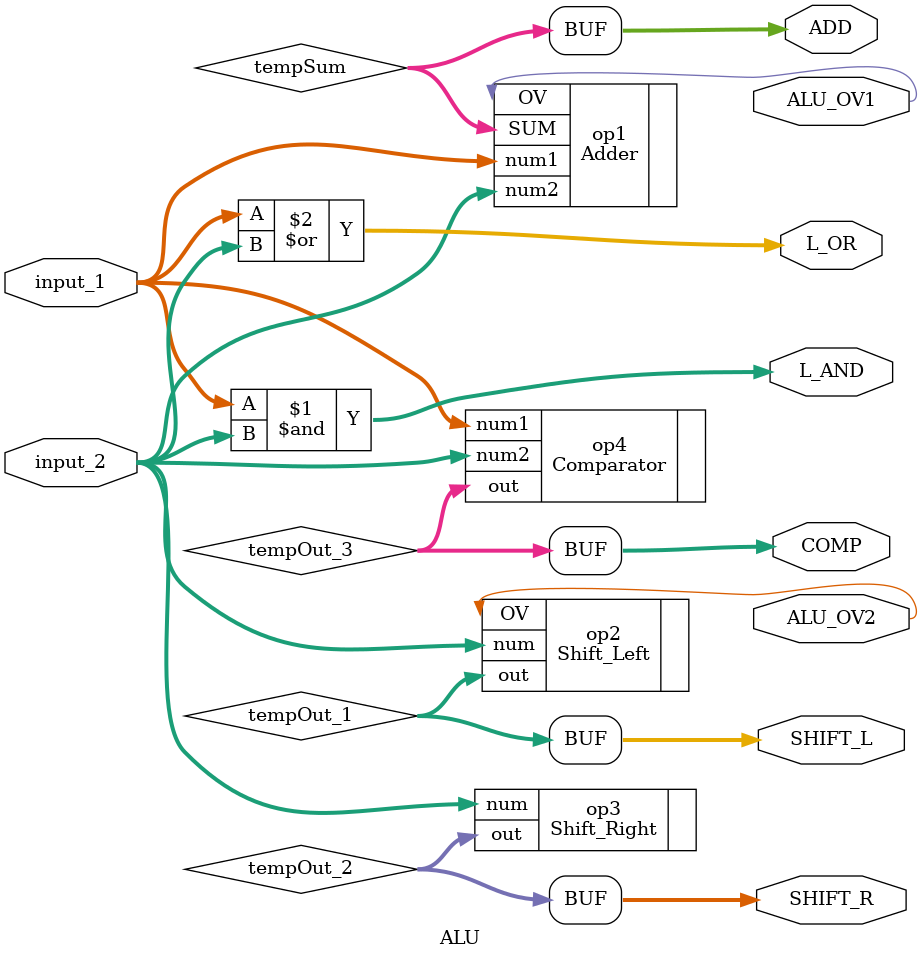
<source format=v>
`timescale 1ns / 1ps
 module ALU(
    input [7:0] input_1,
    input [7:0] input_2,
    output [8:0] ADD,
    output [7:0] SHIFT_L,
    output [7:0] SHIFT_R,
    output [7:0] L_AND,
    output [7:0] L_OR,
    output [7:0] COMP,
	 output ALU_OV1,
	 output ALU_OV2
    );
	 
	 wire[8:0] tempSum; 
	 wire[7:0] tempOut_1, tempOut_2, tempOut_3; 
	 
	 
	 Adder op1( .num1( input_1 ), .num2( input_2 ), .SUM( tempSum ), .OV( ALU_OV1 ) );
	 Shift_Left op2( .num( input_2 ), .out( tempOut_1 ), .OV(  ALU_OV2) );
	 Shift_Right op3( .num( input_2 ), .out( tempOut_2 ) );
	 Comparator op4( .num1( input_1 ), .num2( input_2 ), .out( tempOut_3 ) ); 
	 
	 assign ADD = tempSum;
	 assign SHIFT_L = tempOut_1;
	 assign SHIFT_R = tempOut_2;
	 assign COMP = tempOut_3; 
	 
	 assign L_AND = input_1 & input_2;
	 assign L_OR = input_1 | input_2; 

    

endmodule

</source>
